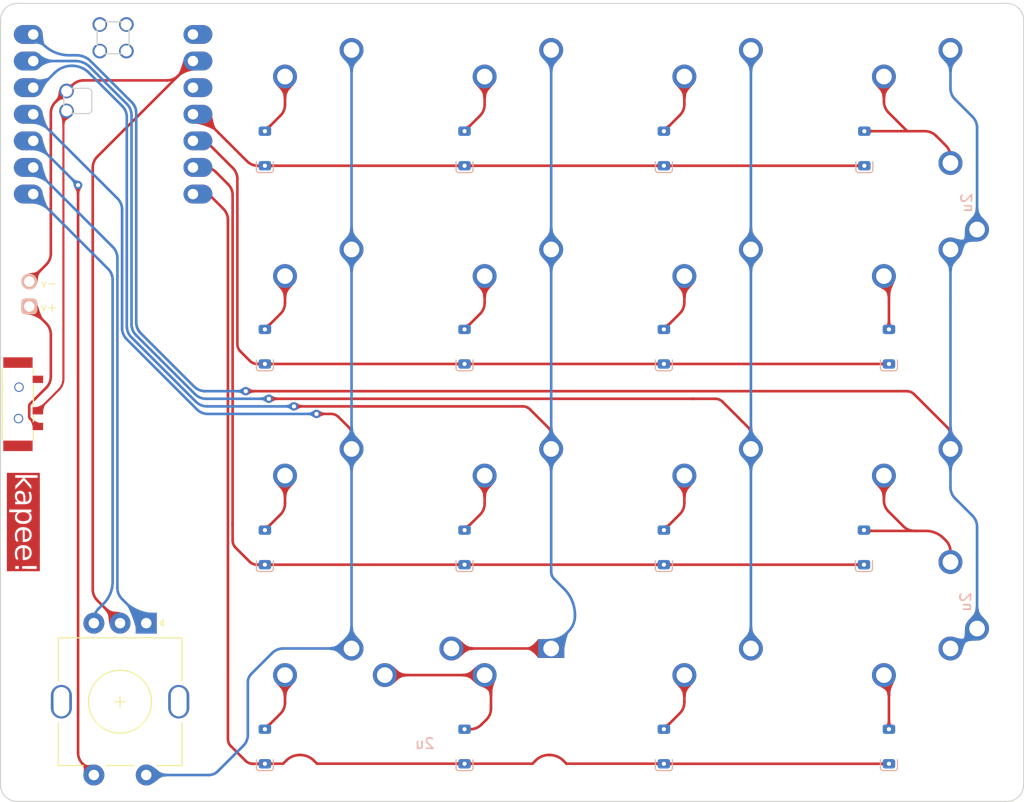
<source format=kicad_pcb>
(kicad_pcb (version 20221018) (generator pcbnew)
  (layers (0 "F.Cu" signal) (31 "B.Cu" signal) (34 "B.Paste" user) (35 "F.Paste" user) (36 "B.SilkS" user "B.Silkscreen") (37 "F.SilkS" user "F.Silkscreen") (38 "B.Mask" user) (39 "F.Mask" user) (44 "Edge.Cuts" user))
  (net 0 "")
  (net 1 "row0")
  (net 2 "Net-(D1-A)")
  (net 3 "Net-(D2-A)")
  (net 4 "Net-(D3-A)")
  (net 5 "Net-(D4-A)")
  (net 6 "row1")
  (net 7 "Net-(D5-A)")
  (net 8 "Net-(D6-A)")
  (net 9 "Net-(D7-A)")
  (net 10 "Net-(D8-A)")
  (net 11 "row2")
  (net 12 "Net-(D9-A)")
  (net 13 "Net-(D10-A)")
  (net 14 "Net-(D11-A)")
  (net 15 "Net-(D12-A)")
  (net 16 "row3")
  (net 17 "Net-(D14-A)")
  (net 18 "Net-(D15-A)")
  (net 19 "Net-(D16-A)")
  (net 20 "col0")
  (net 21 "col1")
  (net 22 "col2")
  (net 23 "col3")
  (net 24 "ENC0")
  (net 25 "ENC1")
  (net 26 "GND")
  (net 27 "row4")
  (net 32 "Net-(D13-A)")
  (net 33 "V+")
  (net 34 "vbat")
  (footprint "rostok:xiao-ble-smd-cutout" (layer "F.Cu") (at 143.72922 59.43418)
    (fp_text reference "U1" hide)
    (fp_text value "SeeeduinoXIAO" hide)
    (fp_line (start -4.699 -0.7488) (end -4.699 -1.7902) (stroke (width 0.12)) (layer "Edge.Cuts"))
    (fp_line (start -4.0132 -2.476) (end -2.413 -2.476) (stroke (width 0.12)) (layer "Edge.Cuts"))
    (fp_line (start -2.413 -0.063) (end -4.0132 -0.063) (stroke (width 0.12)) (layer "Edge.Cuts"))
    (fp_line (start -2.032 -2.095) (end -2.032 -0.444) (stroke (width 0.12)) (layer "Edge.Cuts"))
    (fp_line (start -1.524 -6.4638) (end -1.524 -8.1402) (stroke (width 0.12)) (layer "Edge.Cuts"))
    (fp_line (start -0.8382 -8.826) (end 0.8382 -8.826) (stroke (width 0.12)) (layer "Edge.Cuts"))
    (fp_line (start -0.8382 -5.778) (end 0.8382 -5.778) (stroke (width 0.12)) (layer "Edge.Cuts"))
    (fp_line (start 1.524 -6.4638) (end 1.524 -8.1402) (stroke (width 0.12)) (layer "Edge.Cuts"))
    (fp_arc (start -4.699 -0.7488) (mid -4.095391 -0.666609) (end -4.0132 -0.063) (stroke (width 0.12)) (layer "Edge.Cuts"))
    (fp_arc (start -4.0132 -2.476) (mid -4.095391 -1.872391) (end -4.699 -1.7902) (stroke (width 0.12)) (layer "Edge.Cuts"))
    (fp_arc (start -2.413 -2.476) (mid -2.143592 -2.364408) (end -2.032 -2.095) (stroke (width 0.12)) (layer "Edge.Cuts"))
    (fp_arc (start -2.032 -0.444) (mid -2.143592 -0.174592) (end -2.413 -0.063) (stroke (width 0.12)) (layer "Edge.Cuts"))
    (fp_arc (start -1.524 -6.4638) (mid -0.920391 -6.381609) (end -0.8382 -5.778) (stroke (width 0.12)) (layer "Edge.Cuts"))
    (fp_arc (start -0.8382 -8.826) (mid -0.920391 -8.222391) (end -1.524 -8.1402) (stroke (width 0.12)) (layer "Edge.Cuts"))
    (fp_arc (start 0.8382 -5.778) (mid 0.920391 -6.381609) (end 1.524 -6.4638) (stroke (width 0.12)) (layer "Edge.Cuts"))
    (fp_arc (start 1.524 -8.1402) (mid 0.920393 -8.222393) (end 0.8382 -8.826) (stroke (width 0.12)) (layer "Edge.Cuts"))
  )
  (footprint "rostok:SW_MX" (layer "F.Cu") (at 202.0515 77.425)
    (fp_text reference "SW9")
    (fp_text value "MX" hide)
  )
  (footprint "rostok:SW_MX" (layer "F.Cu") (at 163.94375 77.425)
    (fp_text reference "SW5")
    (fp_text value "MX" hide)
  )
  (footprint "rostok:SW_MX" (layer "F.Cu") (at 163.94375 115.525)
    (fp_text reference "SW14")
    (fp_text value "MX" hide)
  )
  (footprint "rostok:SW_MX_one_square" (layer "F.Cu") (at 182.99375 115.525)
    (fp_text reference "SW16")
    (fp_text value "MX" hide)
  )
  (footprint "rostok:SW_MX" (layer "F.Cu") (at 202.0515 115.525)
    (fp_text reference "SW17")
    (fp_text value "MX" hide)
  )
  (footprint "rostok:SW_MX" (layer "F.Cu") (at 182.99375 96.475)
    (fp_text reference "SW7")
    (fp_text value "MX" hide)
  )
  (footprint "rostok:SW_MX" (layer "F.Cu") (at 182.99375 58.375)
    (fp_text reference "SW2")
    (fp_text value "MX" hide)
  )
  (footprint "rostok:SW_MX" (layer "F.Cu") (at 221.09375 96.475)
    (fp_text reference "SW11")
    (fp_text value "MX" hide)
  )
  (footprint "rostok:BatteryPadSquare" (layer "F.Cu") (at 135.73125 77.7875)
    (fp_text reference "J1" hide)
    (fp_text value "v+")
  )
  (footprint "rostok:SW_MX" (layer "F.Cu") (at 202.0515 96.475)
    (fp_text reference "SW10")
    (fp_text value "MX" hide)
  )
  (footprint "rostok:SW_MX" (layer "F.Cu") (at 221.09375 67.9 -90)
    (fp_text reference "SW12" hide)
    (fp_text value "2u")
  )
  (footprint "rostok:SW_MX" (layer "F.Cu") (at 221.09375 77.425)
    (fp_text reference "SW13")
    (fp_text value "MX" hide)
  )
  (footprint "rostok:SW_MX" (layer "F.Cu") (at 221.09375 58.375)
    (fp_text reference "SW4")
    (fp_text value "MX" hide)
  )
  (footprint "rostok:Stabilizer_MX_2u" (layer "F.Cu") (at 173.46875 115.525 180)
    (fp_text reference "ST3" hide)
    (fp_text value "Stabilizer_MX_2u" hide)
  )
  (footprint "rostok:SW_MX" (layer "F.Cu") (at 221.09375 115.525)
    (fp_text reference "SW18")
    (fp_text value "MX" hide)
  )
  (footprint "rostok:MSK12C02" (layer "F.Cu") (at 133.35 83.24375)
    (fp_text reference "switch" hide)
    (fp_text value "MSK12C02" hide)
  )
  (footprint "rostok:SW_MX" (layer "F.Cu") (at 182.99375 77.425)
    (fp_text reference "SW8")
    (fp_text value "MX" hide)
  )
  (footprint "rostok:SW_MX" (layer "F.Cu") (at 173.46875 115.525)
    (fp_text reference "2u")
    (fp_text value "MX" hide)
  )
  (footprint "rostok:BatteryPad" (layer "F.Cu") (at 135.73125 75.40625)
    (fp_text reference "J2" hide)
    (fp_text value "v-")
  )
  (footprint "rostok:SW_MX" (layer "F.Cu") (at 163.94375 58.375)
    (fp_text reference "SW1")
    (fp_text value "MX" hide)
  )
  (footprint "rostok:SW_MX" (layer "F.Cu") (at 163.94375 96.475)
    (fp_text reference "SW6")
    (fp_text value "MX" hide)
  )
  (footprint "rostok:Stabilizer_MX_2u" (layer "F.Cu") (at 221.09375 67.9 -90)
    (fp_text reference "ST1" hide)
    (fp_text value "Stabilizer_MX_2u" hide)
  )
  (footprint "rostok:SW_MX" (layer "F.Cu") (at 202.0515 58.375)
    (fp_text reference "SW3")
    (fp_text value "MX" hide)
  )
  (footprint "rostok:RotaryEncoder_EC11" (layer "F.Cu") (at 144.39375 115.525 -90)
    (fp_text reference "SW15" hide)
    (fp_text value "RotaryEncoder_Switch" hide)
  )
  (footprint "rostok:SW_MX" (layer "F.Cu") (at 221.09375 106 -90)
    (fp_text reference "SW19" hide)
    (fp_text value "2u")
  )
  (footprint "rostok:Stabilizer_MX_2u" (layer "F.Cu") (at 221.09375 106 -90)
    (fp_text reference "ST2" hide)
    (fp_text value "Stabilizer_MX_2u" hide)
  )
  (footprint "rostok:D_SOD-123" (layer "B.Cu") (at 196.28745 81.6263 90)
    (fp_text reference "D6" hide)
    (fp_text value "1N4148W" hide)
  )
  (footprint "rostok:D_SOD-123" (layer "B.Cu") (at 217.76375 119.802 90)
    (fp_text reference "D13" hide)
    (fp_text value "1N4148W" hide)
  )
  (footprint "rostok:D_SOD-123" (layer "B.Cu") (at 158.21375 81.6263 90)
    (fp_text reference "D8" hide)
    (fp_text value "1N4148W" hide)
  )
  (footprint "rostok:D_SOD-123" (layer "B.Cu") (at 158.21375 62.7 90)
    (fp_text reference "D4" hide)
    (fp_text value "1N4148W" hide)
  )
  (footprint "rostok:D_SOD-123" (layer "B.Cu") (at 196.28745 119.802 90)
    (fp_text reference "D14" hide)
    (fp_text value "1N4148W" hide)
  )
  (footprint "rostok:D_SOD-123" (layer "B.Cu") (at 177.26375 119.802 90)
    (fp_text reference "D15" hide)
    (fp_text value "1N4148W" hide)
  )
  (footprint "rostok:D_SOD-123" (layer "B.Cu") (at 196.28745 62.7 90)
    (fp_text reference "D2" hide)
    (fp_text value "1N4148W" hide)
  )
  (footprint "rostok:D_SOD-123" (layer "B.Cu") (at 177.26375 100.793 90)
    (fp_text reference "D11" hide)
    (fp_text value "1N4148W" hide)
  )
  (footprint "rostok:D_SOD-123" (layer "B.Cu") (at 215.3804 100.793 90)
    (fp_text reference "D9" hide)
    (fp_text value "1N4148W" hide)
  )
  (footprint "rostok:D_SOD-123" (layer "B.Cu") (at 177.26375 81.6263 90)
    (fp_text reference "D7" hide)
    (fp_text value "1N4148W" hide)
  )
  (footprint "rostok:D_SOD-123" (layer "B.Cu") (at 177.26375 62.7 90)
    (fp_text reference "D3" hide)
    (fp_text value "1N4148W" hide)
  )
  (footprint "rostok:D_SOD-123" (layer "B.Cu") (at 196.28745 100.793 90)
    (fp_text reference "D10" hide)
    (fp_text value "1N4148W" hide)
  )
  (footprint "rostok:D_SOD-123" (layer "B.Cu") (at 158.21375 119.802 90)
    (fp_text reference "D16" hide)
    (fp_text value "1N4148W" hide)
  )
  (footprint "rostok:D_SOD-123" (layer "B.Cu") (at 158.21375 100.793 90)
    (fp_text reference "D12" hide)
    (fp_text value "1N4148W" hide)
  )
  (footprint "rostok:D_SOD-123" (layer "B.Cu") (at 215.41745 62.7 90)
    (fp_text reference "D1" hide)
    (fp_text value "1N4148W" hide)
  )
  (footprint "rostok:D_SOD-123" (layer "B.Cu") (at 217.76375 81.6263 90)
    (fp_text reference "D5" hide)
    (fp_text value "1N4148W" hide)
  )
  (gr_line (start 229.0312 125.05) (end 134.57495 125.05) (stroke (width 0.1)) (layer "Edge.Cuts"))
  (gr_arc (start 230.61875 123.4625) (mid 230.153782 124.585032) (end 229.03125 125.05) (stroke (width 0.1)) (layer "Edge.Cuts"))
  (gr_arc (start 132.98745 50.4375) (mid 133.452418 49.314968) (end 134.57495 48.85) (stroke (width 0.1)) (layer "Edge.Cuts"))
  (gr_arc (start 229.03125 48.85) (mid 230.153782 49.314968) (end 230.61875 50.4375) (stroke (width 0.1)) (layer "Edge.Cuts"))
  (gr_line (start 134.57495 48.85) (end 229.03125 48.85) (stroke (width 0.1)) (layer "Edge.Cuts"))
  (gr_line (start 230.61875 123.4625) (end 230.61875 50.4375) (stroke (width 0.1)) (layer "Edge.Cuts"))
  (gr_arc (start 134.57495 125.05) (mid 133.452418 124.585032) (end 132.98745 123.4625) (stroke (width 0.1)) (layer "Edge.Cuts"))
  (gr_line (start 132.98745 123.4625) (end 132.98745 50.4375) (stroke (width 0.1)) (layer "Edge.Cuts"))
  (gr_text "kapee!" (at 134.053372 93.640558 -90) (layer "F.Cu" knockout) (effects (font (size 2 2) (thickness 0.25) italic) (justify left bottom)))
  (segment (start 196.28745 64.35) (end 215.41745 64.35) (width 0.25) (layer "F.Cu") (net 1))
  (segment (start 158.21375 64.35) (end 157.55877 64.35) (width 0.25) (layer "F.Cu") (net 1))
  (segment (start 177.26375 64.35) (end 196.28745 64.35) (width 0.25) (layer "F.Cu") (net 1))
  (segment (start 156.49811 63.91066) (end 152.02163 59.43418) (width 0.25) (layer "F.Cu") (net 1))
  (segment (start 158.21375 64.35) (end 177.26375 64.35) (width 0.25) (layer "F.Cu") (net 1))
  (arc (start 157.55877 64.35) (mid 156.984745 64.235819) (end 156.49811 63.91066) (width 0.25) (layer "F.Cu") (net 1))
  (segment (start 158.21375 61.05) (end 159.69441 59.56934) (width 0.25) (layer "F.Cu") (net 2))
  (segment (start 160.13375 58.50868) (end 160.13375 55.835) (width 0.25) (layer "F.Cu") (net 2))
  (arc (start 159.69441 59.56934) (mid 160.019569 59.082705) (end 160.13375 58.50868) (width 0.25) (layer "F.Cu") (net 2))
  (segment (start 179.18375 58.50868) (end 179.18375 55.835) (width 0.25) (layer "F.Cu") (net 3))
  (segment (start 177.26375 61.05) (end 178.74441 59.56934) (width 0.25) (layer "F.Cu") (net 3))
  (arc (start 179.18375 58.50868) (mid 179.069569 59.082705) (end 178.74441 59.56934) (width 0.25) (layer "F.Cu") (net 3))
  (segment (start 196.28745 61.05) (end 197.80216 59.53529) (width 0.25) (layer "F.Cu") (net 4))
  (segment (start 198.2415 58.47463) (end 198.2415 55.835) (width 0.25) (layer "F.Cu") (net 4))
  (arc (start 197.80216 59.53529) (mid 198.127319 59.048655) (end 198.2415 58.47463) (width 0.25) (layer "F.Cu") (net 4))
  (segment (start 217.28375 55.835) (end 217.28375 58.20623) (width 0.25) (layer "F.Cu") (net 5))
  (segment (start 215.41745 61.05) (end 219.5062 61.05) (width 0.25) (layer "F.Cu") (net 5))
  (segment (start 217.72309 59.26689) (end 219.5062 61.05) (width 0.25) (layer "F.Cu") (net 5))
  (segment (start 222.25804 61.48934) (end 223.19441 62.42571) (width 0.25) (layer "F.Cu") (net 5))
  (segment (start 223.63375 63.48637) (end 223.63375 64.09) (width 0.25) (layer "F.Cu") (net 5))
  (segment (start 219.5062 61.05) (end 221.19738 61.05) (width 0.25) (layer "F.Cu") (net 5))
  (arc (start 223.19441 62.42571) (mid 223.519569 62.912345) (end 223.63375 63.48637) (width 0.25) (layer "F.Cu") (net 5))
  (arc (start 222.25804 61.48934) (mid 221.771405 61.164181) (end 221.19738 61.05) (width 0.25) (layer "F.Cu") (net 5))
  (arc (start 217.72309 59.26689) (mid 217.397931 58.780255) (end 217.28375 58.20623) (width 0.25) (layer "F.Cu") (net 5))
  (segment (start 155.58745 81.373236) (end 155.58745 65.62132) (width 0.25) (layer "F.Cu") (net 6))
  (segment (start 217.76375 83.2763) (end 196.28745 83.2763) (width 0.25) (layer "F.Cu") (net 6))
  (segment (start 155.14811 64.56066) (end 152.56163 61.97418) (width 0.25) (layer "F.Cu") (net 6))
  (segment (start 156.783407 82.983407) (end 155.880343 82.080343) (width 0.25) (layer "F.Cu") (net 6))
  (segment (start 177.26375 83.2763) (end 196.28745 83.2763) (width 0.25) (layer "F.Cu") (net 6))
  (segment (start 158.21375 83.2763) (end 177.26375 83.2763) (width 0.25) (layer "F.Cu") (net 6))
  (segment (start 158.21375 83.2763) (end 157.490514 83.2763) (width 0.25) (layer "F.Cu") (net 6))
  (arc (start 156.783407 82.983407) (mid 157.10783 83.20018) (end 157.490514 83.2763) (width 0.25) (layer "F.Cu") (net 6))
  (arc (start 155.880343 82.080343) (mid 155.66357 81.75592) (end 155.58745 81.373236) (width 0.25) (layer "F.Cu") (net 6))
  (arc (start 155.58745 65.62132) (mid 155.473269 65.047295) (end 155.14811 64.56066) (width 0.25) (layer "F.Cu") (net 6))
  (segment (start 160.13375 77.43498) (end 160.13375 74.885) (width 0.25) (layer "F.Cu") (net 7))
  (segment (start 158.21375 79.9763) (end 159.69441 78.49564) (width 0.25) (layer "F.Cu") (net 7))
  (arc (start 159.69441 78.49564) (mid 160.019569 78.009005) (end 160.13375 77.43498) (width 0.25) (layer "F.Cu") (net 7))
  (segment (start 179.18375 77.43498) (end 179.18375 74.885) (width 0.25) (layer "F.Cu") (net 8))
  (segment (start 177.26375 79.9763) (end 178.74441 78.49564) (width 0.25) (layer "F.Cu") (net 8))
  (arc (start 179.18375 77.43498) (mid 179.069569 78.009005) (end 178.74441 78.49564) (width 0.25) (layer "F.Cu") (net 8))
  (segment (start 196.28745 79.9763) (end 197.80216 78.46159) (width 0.25) (layer "F.Cu") (net 9))
  (segment (start 198.2415 77.40093) (end 198.2415 74.885) (width 0.25) (layer "F.Cu") (net 9))
  (arc (start 197.80216 78.46159) (mid 198.127319 77.974955) (end 198.2415 77.40093) (width 0.25) (layer "F.Cu") (net 9))
  (segment (start 217.76375 79.9763) (end 217.76375 75.365) (width 0.25) (layer "F.Cu") (net 10))
  (segment (start 158.21375 102.443) (end 157.457214 102.443) (width 0.25) (layer "F.Cu") (net 11))
  (segment (start 154.69811 66.11066) (end 153.54097 64.95352) (width 0.25) (layer "F.Cu") (net 11))
  (segment (start 152.48031 64.51418) (end 151.34922 64.51418) (width 0.25) (layer "F.Cu") (net 11))
  (segment (start 155.13745 100.123236) (end 155.13745 98.4) (width 0.25) (layer "F.Cu") (net 11))
  (segment (start 196.28745 102.443) (end 215.3804 102.443) (width 0.25) (layer "F.Cu") (net 11))
  (segment (start 177.26375 102.443) (end 196.28745 102.443) (width 0.25) (layer "F.Cu") (net 11))
  (segment (start 156.750107 102.150107) (end 155.430343 100.830343) (width 0.25) (layer "F.Cu") (net 11))
  (segment (start 155.13745 98.745336) (end 155.13745 67.17132) (width 0.25) (layer "F.Cu") (net 11))
  (segment (start 158.21375 102.443) (end 177.26375 102.443) (width 0.25) (layer "F.Cu") (net 11))
  (arc (start 156.750107 102.150107) (mid 157.07453 102.36688) (end 157.457214 102.443) (width 0.25) (layer "F.Cu") (net 11))
  (arc (start 155.13745 67.17132) (mid 155.023269 66.597295) (end 154.69811 66.11066) (width 0.25) (layer "F.Cu") (net 11))
  (arc (start 153.54097 64.95352) (mid 153.054335 64.628361) (end 152.48031 64.51418) (width 0.25) (layer "F.Cu") (net 11))
  (arc (start 155.13745 100.123236) (mid 155.21357 100.505919) (end 155.430343 100.830343) (width 0.25) (layer "F.Cu") (net 11))
  (segment (start 160.13375 96.60168) (end 160.13375 93.935) (width 0.25) (layer "F.Cu") (net 12))
  (segment (start 158.21375 99.143) (end 159.69441 97.66234) (width 0.25) (layer "F.Cu") (net 12))
  (arc (start 160.13375 96.60168) (mid 160.019569 97.175705) (end 159.69441 97.66234) (width 0.25) (layer "F.Cu") (net 12))
  (segment (start 179.18375 96.60168) (end 179.18375 93.935) (width 0.25) (layer "F.Cu") (net 13))
  (segment (start 177.26375 99.143) (end 178.74441 97.66234) (width 0.25) (layer "F.Cu") (net 13))
  (arc (start 179.18375 96.60168) (mid 179.069569 97.175705) (end 178.74441 97.66234) (width 0.25) (layer "F.Cu") (net 13))
  (segment (start 198.2415 96.56763) (end 198.2415 93.935) (width 0.25) (layer "F.Cu") (net 14))
  (segment (start 196.28745 99.143) (end 197.80216 97.62829) (width 0.25) (layer "F.Cu") (net 14))
  (arc (start 197.80216 97.62829) (mid 198.127319 97.141655) (end 198.2415 96.56763) (width 0.25) (layer "F.Cu") (net 14))
  (segment (start 217.72309 97.35989) (end 219.14261 98.77941) (width 0.25) (layer "F.Cu") (net 15))
  (segment (start 220.487369 99.21875) (end 221.289796 99.21875) (width 0.25) (layer "F.Cu") (net 15))
  (segment (start 223.63375 101.194874) (end 223.63375 102.19) (width 0.25) (layer "F.Cu") (net 15))
  (segment (start 222.978379 99.918183) (end 223.19441 100.134214) (width 0.25) (layer "F.Cu") (net 15))
  (segment (start 220.20327 99.21875) (end 220.487369 99.21875) (width 0.25) (layer "F.Cu") (net 15))
  (segment (start 215.45615 99.21875) (end 220.487369 99.21875) (width 0.25) (layer "F.Cu") (net 15))
  (segment (start 217.28375 93.935) (end 217.28375 96.29923) (width 0.25) (layer "F.Cu") (net 15))
  (arc (start 219.14261 98.77941) (mid 219.629245 99.104569) (end 220.20327 99.21875) (width 0.25) (layer "F.Cu") (net 15))
  (arc (start 221.289796 99.21875) (mid 222.20365 99.400527) (end 222.978379 99.918183) (width 0.25) (layer "F.Cu") (net 15))
  (arc (start 223.63375 101.194874) (mid 223.519569 100.620849) (end 223.19441 100.134214) (width 0.25) (layer "F.Cu") (net 15))
  (arc (start 217.72309 97.35989) (mid 217.397931 96.873255) (end 217.28375 96.29923) (width 0.25) (layer "F.Cu") (net 15))
  (segment (start 161.557802 120.610999) (end 161.569731 120.610999) (width 0.25) (layer "F.Cu") (net 16))
  (segment (start 154.68745 119.073236) (end 154.68745 69.52132) (width 0.25) (layer "F.Cu") (net 16))
  (segment (start 196.2792 121.44375) (end 186.988092 121.44375) (width 0.25) (layer "F.Cu") (net 16))
  (segment (start 186.988092 121.44375) (end 186.705801 121.161459) (width 0.25) (layer "F.Cu") (net 16))
  (segment (start 156.359107 121.159107) (end 154.980343 119.780343) (width 0.25) (layer "F.Cu") (net 16))
  (segment (start 158.21375 121.452) (end 157.066214 121.452) (width 0.25) (layer "F.Cu") (net 16))
  (segment (start 162.910853 121.166511) (end 163.188092 121.44375) (width 0.25) (layer "F.Cu") (net 16))
  (segment (start 184.064466 121.128692) (end 183.749408 121.44375) (width 0.25) (layer "F.Cu") (net 16))
  (segment (start 185.376877 120.611) (end 185.314284 120.611) (width 0.25) (layer "F.Cu") (net 16))
  (segment (start 158.222 121.44375) (end 159.949408 121.44375) (width 0.25) (layer "F.Cu") (net 16))
  (segment (start 217.76375 121.452) (end 196.28745 121.452) (width 0.25) (layer "F.Cu") (net 16))
  (segment (start 154.24811 68.46066) (end 152.84163 67.05418) (width 0.25) (layer "F.Cu") (net 16))
  (segment (start 159.949408 121.44375) (end 160.233695 121.159463) (width 0.25) (layer "F.Cu") (net 16))
  (segment (start 183.749408 121.44375) (end 177.272 121.44375) (width 0.25) (layer "F.Cu") (net 16))
  (segment (start 163.188092 121.44375) (end 177.2555 121.44375) (width 0.25) (layer "F.Cu") (net 16))
  (arc (start 184.064466 121.128692) (mid 184.637887 120.745544) (end 185.314284 120.611) (width 0.25) (layer "F.Cu") (net 16))
  (arc (start 156.359107 121.159107) (mid 156.68353 121.37588) (end 157.066214 121.452) (width 0.25) (layer "F.Cu") (net 16))
  (arc (start 154.68745 69.52132) (mid 154.573269 68.947295) (end 154.24811 68.46066) (width 0.25) (layer "F.Cu") (net 16))
  (arc (start 161.557802 120.610999) (mid 160.841195 120.753542) (end 160.233695 121.159463) (width 0.25) (layer "F.Cu") (net 16))
  (arc (start 186.705801 121.161459) (mid 186.096085 120.75406) (end 185.376877 120.611) (width 0.25) (layer "F.Cu") (net 16))
  (arc (start 162.910853 121.166511) (mid 162.295541 120.755373) (end 161.569731 120.610999) (width 0.25) (layer "F.Cu") (net 16))
  (arc (start 154.980343 119.780343) (mid 154.76357 119.45592) (end 154.68745 119.073236) (width 0.25) (layer "F.Cu") (net 16))
  (segment (start 179.78745 116.17868) (end 179.78745 113.5887) (width 0.25) (layer "F.Cu") (net 17))
  (segment (start 178.87479 117.71266) (end 179.34811 117.23934) (width 0.25) (layer "F.Cu") (net 17))
  (segment (start 177.26375 118.152) (end 177.81413 118.152) (width 0.25) (layer "F.Cu") (net 17))
  (segment (start 179.18375 112.985) (end 169.65875 112.985) (width 0.25) (layer "F.Cu") (net 17))
  (arc (start 179.34811 117.23934) (mid 179.673269 116.752705) (end 179.78745 116.17868) (width 0.25) (layer "F.Cu") (net 17))
  (arc (start 178.87479 117.71266) (mid 178.388155 118.037819) (end 177.81413 118.152) (width 0.25) (layer "F.Cu") (net 17))
  (segment (start 198.2415 115.57557) (end 198.2415 112.985) (width 0.25) (layer "F.Cu") (net 18))
  (segment (start 196.28745 118.152) (end 197.801411 116.638039) (width 0.25) (layer "F.Cu") (net 18))
  (arc (start 197.801411 116.638039) (mid 198.127125 116.150574) (end 198.2415 115.57557) (width 0.25) (layer "F.Cu") (net 18))
  (segment (start 217.76375 118.152) (end 217.76375 113.465) (width 0.25) (layer "F.Cu") (net 19))
  (segment (start 165.241893 88.341893) (end 166.190857 89.290857) (width 0.25) (layer "F.Cu") (net 20))
  (segment (start 163.13775 88.049) (end 164.534786 88.049) (width 0.25) (layer "F.Cu") (net 20))
  (segment (start 166.48375 89.997964) (end 166.48375 91.395) (width 0.25) (layer "F.Cu") (net 20))
  (via (at 163.13775 88.049) (size 0.8) (drill 0.4) (layers "F.Cu" "B.Cu") (net 20))
  (arc (start 166.190857 89.290857) (mid 166.40763 89.61528) (end 166.48375 89.997964) (width 0.25) (layer "F.Cu") (net 20))
  (arc (start 164.534786 88.049) (mid 164.917469 88.12512) (end 165.241893 88.341893) (width 0.25) (layer "F.Cu") (net 20))
  (segment (start 166.48375 53.295) (end 166.48375 72.345) (width 0.25) (layer "B.Cu") (net 20))
  (segment (start 153.723804 122.163646) (end 156.14811 119.73934) (width 0.25) (layer "B.Cu") (net 20))
  (segment (start 144.14811 67.47307) (end 136.10922 59.43418) (width 0.25) (layer "B.Cu") (net 20))
  (segment (start 144.58745 79.851472) (end 144.58745 68.53373) (width 0.25) (layer "B.Cu") (net 20))
  (segment (start 163.13775 88.049) (end 152.784978 88.049) (width 0.25) (layer "B.Cu") (net 20))
  (segment (start 158.90311 110.88434) (end 156.93393 112.853495) (width 0.25) (layer "B.Cu") (net 20))
  (segment (start 151.724318 87.60966) (end 145.02679 80.912132) (width 0.25) (layer "B.Cu") (net 20))
  (segment (start 166.48375 72.345) (end 166.48375 91.395) (width 0.25) (layer "B.Cu") (net 20))
  (segment (start 159.963747 110.445) (end 166.48375 110.445) (width 0.25) (layer "B.Cu") (net 20))
  (segment (start 166.48375 91.395) (end 166.48375 110.445) (width 0.25) (layer "B.Cu") (net 20))
  (segment (start 146.89375 122.525) (end 152.851418 122.525) (width 0.25) (layer "B.Cu") (net 20))
  (segment (start 156.58745 118.67868) (end 156.58745 113.689965) (width 0.25) (layer "B.Cu") (net 20))
  (arc (start 156.58745 118.67868) (mid 156.473269 119.252705) (end 156.14811 119.73934) (width 0.25) (layer "B.Cu") (net 20))
  (arc (start 156.58745 113.689965) (mid 156.677497 113.23727) (end 156.93393 112.853495) (width 0.25) (layer "B.Cu") (net 20))
  (arc (start 144.14811 67.47307) (mid 144.473269 67.959705) (end 144.58745 68.53373) (width 0.25) (layer "B.Cu") (net 20))
  (arc (start 152.784978 88.049) (mid 152.210953 87.934819) (end 151.724318 87.60966) (width 0.25) (layer "B.Cu") (net 20))
  (arc (start 152.851418 122.525) (mid 153.32355 122.431087) (end 153.723804 122.163646) (width 0.25) (layer "B.Cu") (net 20))
  (arc (start 144.58745 79.851472) (mid 144.701631 80.425497) (end 145.02679 80.912132) (width 0.25) (layer "B.Cu") (net 20))
  (arc (start 158.90311 110.88434) (mid 159.389733 110.559181) (end 159.963747 110.445) (width 0.25) (layer "B.Cu") (net 20))
  (segment (start 185.53375 110.445) (end 176.00875 110.445) (width 0.25) (layer "F.Cu") (net 21))
  (segment (start 160.98745 87.3245) (end 182.810286 87.3245) (width 0.25) (layer "F.Cu") (net 21))
  (segment (start 185.53375 90.047964) (end 185.53375 91.395) (width 0.25) (layer "F.Cu") (net 21))
  (segment (start 183.517393 87.617393) (end 185.240857 89.340857) (width 0.25) (layer "F.Cu") (net 21))
  (via (at 160.98745 87.3245) (size 0.8) (drill 0.4) (layers "F.Cu" "B.Cu") (net 21))
  (arc (start 183.517393 87.617393) (mid 183.19297 87.40062) (end 182.810286 87.3245) (width 0.25) (layer "F.Cu") (net 21))
  (arc (start 185.53375 90.047964) (mid 185.45763 89.665281) (end 185.240857 89.340857) (width 0.25) (layer "F.Cu") (net 21))
  (segment (start 144.59811 58.647056) (end 141.428189 55.477135) (width 0.25) (layer "B.Cu") (net 21))
  (segment (start 185.543881 110.445) (end 187.197268 108.791613) (width 0.25) (layer "B.Cu") (net 21))
  (segment (start 185.53375 91.395) (end 185.53375 72.345) (width 0.25) (layer "B.Cu") (net 21))
  (segment (start 185.53375 72.345) (end 185.53375 53.295) (width 0.25) (layer "B.Cu") (net 21))
  (segment (start 185.53375 103.105322) (end 185.53375 91.395) (width 0.25) (layer "B.Cu") (net 21))
  (segment (start 138.136352 55.494638) (end 136.10922 57.52177) (width 0.25) (layer "B.Cu") (net 21))
  (segment (start 151.636214 86.88516) (end 145.47679 80.725736) (width 0.25) (layer "B.Cu") (net 21))
  (segment (start 186.769138 104.754924) (end 185.826643 103.812429) (width 0.25) (layer "B.Cu") (net 21))
  (segment (start 160.98745 87.3245) (end 152.696874 87.3245) (width 0.25) (layer "B.Cu") (net 21))
  (segment (start 187.8 107.336485) (end 187.8 107.243629) (width 0.25) (layer "B.Cu") (net 21))
  (segment (start 145.03745 79.665076) (end 145.03745 59.707716) (width 0.25) (layer "B.Cu") (net 21))
  (arc (start 152.696874 87.3245) (mid 152.122849 87.210319) (end 151.636214 86.88516) (width 0.25) (layer "B.Cu") (net 21))
  (arc (start 187.8 107.243629) (mid 187.532085 105.896751) (end 186.769138 104.754924) (width 0.25) (layer "B.Cu") (net 21))
  (arc (start 138.136352 55.494638) (mid 138.901122 54.983629) (end 139.803297 54.804172) (width 0.25) (layer "B.Cu") (net 21))
  (arc (start 187.197268 108.791613) (mid 187.643356 108.123996) (end 187.8 107.336485) (width 0.25) (layer "B.Cu") (net 21))
  (arc (start 185.53375 103.105322) (mid 185.60987 103.488005) (end 185.826643 103.812429) (width 0.25) (layer "B.Cu") (net 21))
  (arc (start 144.59811 58.647056) (mid 144.923269 59.133691) (end 145.03745 59.707716) (width 0.25) (layer "B.Cu") (net 21))
  (arc (start 141.428189 55.477135) (mid 140.682734 54.97905) (end 139.803297 54.804172) (width 0.25) (layer "B.Cu") (net 21))
  (arc (start 145.47679 80.725736) (mid 145.151631 80.239101) (end 145.03745 79.665076) (width 0.25) (layer "B.Cu") (net 21))
  (segment (start 158.58745 86.6) (end 199.17518 86.6) (width 0.25) (layer "F.Cu") (net 22))
  (segment (start 199 86.6) (end 201.185786 86.6) (width 0.25) (layer "F.Cu") (net 22))
  (segment (start 201.892893 86.892893) (end 204.298607 89.298607) (width 0.25) (layer "F.Cu") (net 22))
  (segment (start 204.5915 90.005714) (end 204.5915 91.395) (width 0.25) (layer "F.Cu") (net 22))
  (via (at 158.58745 86.6) (size 0.8) (drill 0.4) (layers "F.Cu" "B.Cu") (net 22))
  (arc (start 204.5915 90.005714) (mid 204.51538 89.623031) (end 204.298607 89.298607) (width 0.25) (layer "F.Cu") (net 22))
  (arc (start 201.892893 86.892893) (mid 201.56847 86.67612) (end 201.185786 86.6) (width 0.25) (layer "F.Cu") (net 22))
  (segment (start 140.147546 54.35418) (end 136.10922 54.35418) (width 0.25) (layer "B.Cu") (net 22))
  (segment (start 204.5915 53.295) (end 204.5915 72.345) (width 0.25) (layer "B.Cu") (net 22))
  (segment (start 145.04811 58.46066) (end 141.503132 54.915682) (width 0.25) (layer "B.Cu") (net 22))
  (segment (start 151.54811 86.16066) (end 145.92679 80.53934) (width 0.25) (layer "B.Cu") (net 22))
  (segment (start 204.5915 72.345) (end 204.5915 91.395) (width 0.25) (layer "B.Cu") (net 22))
  (segment (start 145.48745 79.47868) (end 145.48745 59.52132) (width 0.25) (layer "B.Cu") (net 22))
  (segment (start 204.5915 110.445) (end 204.5915 91.395) (width 0.25) (layer "B.Cu") (net 22))
  (segment (start 158.58745 86.6) (end 152.60877 86.6) (width 0.25) (layer "B.Cu") (net 22))
  (arc (start 152.60877 86.6) (mid 152.034745 86.485819) (end 151.54811 86.16066) (width 0.25) (layer "B.Cu") (net 22))
  (arc (start 145.48745 59.52132) (mid 145.373269 58.947295) (end 145.04811 58.46066) (width 0.25) (layer "B.Cu") (net 22))
  (arc (start 141.503132 54.915682) (mid 140.881184 54.50011) (end 140.147546 54.35418) (width 0.25) (layer "B.Cu") (net 22))
  (arc (start 145.92679 80.53934) (mid 145.601631 80.052705) (end 145.48745 79.47868) (width 0.25) (layer "B.Cu") (net 22))
  (segment (start 156.38745 85.8755) (end 219.461286 85.8755) (width 0.25) (layer "F.Cu") (net 23))
  (segment (start 220.168393 86.168393) (end 223.315207 89.315207) (width 0.25) (layer "F.Cu") (net 23))
  (segment (start 223.6081 90.022314) (end 223.6081 91.395) (width 0.25) (layer "F.Cu") (net 23))
  (via (at 156.38745 85.8755) (size 0.8) (drill 0.4) (layers "F.Cu" "B.Cu") (net 23))
  (arc (start 223.6081 90.022314) (mid 223.53198 89.639631) (end 223.315207 89.315207) (width 0.25) (layer "F.Cu") (net 23))
  (arc (start 220.168393 86.168393) (mid 219.84397 85.95162) (end 219.461286 85.8755) (width 0.25) (layer "F.Cu") (net 23))
  (segment (start 145.49811 58.274264) (end 141.588937 54.365091) (width 0.25) (layer "B.Cu") (net 23))
  (segment (start 224.26875 110.445) (end 226.17375 108.54) (width 0.25) (layer "B.Cu") (net 23))
  (segment (start 224.26875 72.345) (end 226.17375 70.44) (width 0.25) (layer "B.Cu") (net 23))
  (segment (start 225.73441 97.769344) (end 224.07309 96.108024) (width 0.25) (layer "B.Cu") (net 23))
  (segment (start 152.16991 85.836513) (end 151.945678 85.763651) (width 0.25) (layer "B.Cu") (net 23))
  (segment (start 145.93745 59.334924) (end 145.935301 59.21704) (width 0.25) (layer "B.Cu") (net 23))
  (segment (start 145.93745 79.292284) (end 145.93745 59.334924) (width 0.25) (layer "B.Cu") (net 23))
  (segment (start 145.939568 79.410171) (end 145.93745 79.292284) (width 0.25) (layer "B.Cu") (net 23))
  (segment (start 223.63375 91.395) (end 223.63375 72.345) (width 0.25) (layer "B.Cu") (net 23))
  (segment (start 152.520666 85.8755) (end 152.402779 85.873401) (width 0.25) (layer "B.Cu") (net 23))
  (segment (start 151.945678 85.763651) (end 151.735604 85.656608) (width 0.25) (layer "B.Cu") (net 23))
  (segment (start 145.898423 58.984173) (end 145.825572 58.759942) (width 0.25) (layer "B.Cu") (net 23))
  (segment (start 226.17375 70.44) (end 226.17375 60.730004) (width 0.25) (layer "B.Cu") (net 23))
  (segment (start 156.38745 85.8755) (end 152.520666 85.8755) (width 0.25) (layer "B.Cu") (net 23))
  (segment (start 223.63375 95.047364) (end 223.63375 91.395) (width 0.25) (layer "B.Cu") (net 23))
  (segment (start 145.976448 79.643042) (end 145.939568 79.410171) (width 0.25) (layer "B.Cu") (net 23))
  (segment (start 223.63375 56.947364) (end 223.63375 53.295) (width 0.25) (layer "B.Cu") (net 23))
  (segment (start 225.73441 59.669344) (end 224.07309 58.008024) (width 0.25) (layer "B.Cu") (net 23))
  (segment (start 146.049301 79.867277) (end 145.976448 79.643042) (width 0.25) (layer "B.Cu") (net 23))
  (segment (start 140.224687 53.8) (end 139.538162 53.8) (width 0.25) (layer "B.Cu") (net 23))
  (segment (start 137.0746 52.77956) (end 136.10922 51.81418) (width 0.25) (layer "B.Cu") (net 23))
  (segment (start 145.825572 58.759942) (end 145.718541 58.549867) (width 0.25) (layer "B.Cu") (net 23))
  (segment (start 151.544862 85.518021) (end 151.460006 85.43616) (width 0.25) (layer "B.Cu") (net 23))
  (segment (start 145.579965 58.359122) (end 145.49811 58.274264) (width 0.25) (layer "B.Cu") (net 23))
  (segment (start 152.402779 85.873401) (end 152.16991 85.836513) (width 0.25) (layer "B.Cu") (net 23))
  (segment (start 146.37679 80.352944) (end 146.294914 80.268103) (width 0.25) (layer "B.Cu") (net 23))
  (segment (start 145.718541 58.549867) (end 145.579965 58.359122) (width 0.25) (layer "B.Cu") (net 23))
  (segment (start 151.460006 85.43616) (end 146.37679 80.352944) (width 0.25) (layer "B.Cu") (net 23))
  (segment (start 145.935301 59.21704) (end 145.898423 58.984173) (width 0.25) (layer "B.Cu") (net 23))
  (segment (start 151.735604 85.656608) (end 151.544862 85.518021) (width 0.25) (layer "B.Cu") (net 23))
  (segment (start 146.156335 80.077355) (end 146.049301 79.867277) (width 0.25) (layer "B.Cu") (net 23))
  (segment (start 226.17375 108.54) (end 226.17375 98.830004) (width 0.25) (layer "B.Cu") (net 23))
  (segment (start 146.294914 80.268103) (end 146.156335 80.077355) (width 0.25) (layer "B.Cu") (net 23))
  (arc (start 139.538162 53.8) (mid 138.204892 53.534797) (end 137.0746 52.77956) (width 0.25) (layer "B.Cu") (net 23))
  (arc (start 226.17375 60.730004) (mid 226.059569 60.155979) (end 225.73441 59.669344) (width 0.25) (layer "B.Cu") (net 23))
  (arc (start 225.73441 97.769344) (mid 226.059569 98.255979) (end 226.17375 98.830004) (width 0.25) (layer "B.Cu") (net 23))
  (arc (start 141.588937 54.365091) (mid 140.963014 53.946862) (end 140.224687 53.8) (width 0.25) (layer "B.Cu") (net 23))
  (arc (start 223.63375 56.947364) (mid 223.747931 57.521389) (end 224.07309 58.008024) (width 0.25) (layer "B.Cu") (net 23))
  (arc (start 224.07309 96.108024) (mid 223.747931 95.621389) (end 223.63375 95.047364) (width 0.25) (layer "B.Cu") (net 23))
  (segment (start 146.89375 108.025) (end 144.57679 105.70804) (width 0.25) (layer "B.Cu") (net 24))
  (segment (start 144.13745 104.64738) (end 144.13745 73.16373) (width 0.25) (layer "B.Cu") (net 24))
  (segment (start 143.69811 72.10307) (end 136.10922 64.51418) (width 0.25) (layer "B.Cu") (net 24))
  (arc (start 144.13745 104.64738) (mid 144.251631 105.221405) (end 144.57679 105.70804) (width 0.25) (layer "B.Cu") (net 24))
  (arc (start 143.69811 72.10307) (mid 144.023269 72.589705) (end 144.13745 73.16373) (width 0.25) (layer "B.Cu") (net 24))
  (segment (start 143.68745 104.057359) (end 143.68745 75.25373) (width 0.25) (layer "B.Cu") (net 25))
  (segment (start 143.24811 74.19307) (end 136.10922 67.05418) (width 0.25) (layer "B.Cu") (net 25))
  (segment (start 142.33309 106.65436) (end 142.808771 106.178679) (width 0.25) (layer "B.Cu") (net 25))
  (segment (start 141.89375 108.025) (end 141.89375 107.71502) (width 0.25) (layer "B.Cu") (net 25))
  (arc (start 141.89375 107.71502) (mid 142.007931 107.140995) (end 142.33309 106.65436) (width 0.25) (layer "B.Cu") (net 25))
  (arc (start 143.68745 104.057359) (mid 143.459089 105.205409) (end 142.808771 106.178679) (width 0.25) (layer "B.Cu") (net 25))
  (arc (start 143.68745 75.25373) (mid 143.573269 74.679705) (end 143.24811 74.19307) (width 0.25) (layer "B.Cu") (net 25))
  (segment (start 144.39375 108.025) (end 142.22679 105.85804) (width 0.25) (layer "F.Cu") (net 26))
  (segment (start 138.22679 58.26961) (end 139.28422 57.21218) (width 0.25) (layer "F.Cu") (net 26))
  (segment (start 137.78745 72.72873) (end 137.78745 59.33027) (width 0.25) (layer "F.Cu") (net 26))
  (segment (start 141.78745 104.79738) (end 141.78745 64.53727) (width 0.25) (layer "F.Cu") (net 26))
  (segment (start 139.28422 57.21218) (end 139.85706 56.63934) (width 0.25) (layer "F.Cu") (net 26))
  (segment (start 149.94274 55.76066) (end 151.27772 54.42568) (width 0.25) (layer "F.Cu") (net 26))
  (segment (start 135.73125 75.40625) (end 137.34811 73.78939) (width 0.25) (layer "F.Cu") (net 26))
  (segment (start 140.91772 56.2) (end 148.88208 56.2) (width 0.25) (layer "F.Cu") (net 26))
  (segment (start 142.22679 63.47661) (end 151.34922 54.35418) (width 0.25) (layer "F.Cu") (net 26))
  (arc (start 139.85706 56.63934) (mid 140.343695 56.314181) (end 140.91772 56.2) (width 0.25) (layer "F.Cu") (net 26))
  (arc (start 137.78745 72.72873) (mid 137.673269 73.302755) (end 137.34811 73.78939) (width 0.25) (layer "F.Cu") (net 26))
  (arc (start 149.94274 55.76066) (mid 149.456105 56.085819) (end 148.88208 56.2) (width 0.25) (layer "F.Cu") (net 26))
  (arc (start 138.22679 58.26961) (mid 137.901631 58.756245) (end 137.78745 59.33027) (width 0.25) (layer "F.Cu") (net 26))
  (arc (start 141.78745 64.53727) (mid 141.901631 63.963245) (end 142.22679 63.47661) (width 0.25) (layer "F.Cu") (net 26))
  (arc (start 141.78745 104.79738) (mid 141.901631 105.371405) (end 142.22679 105.85804) (width 0.25) (layer "F.Cu") (net 26))
  (segment (start 140.82679 121.45804) (end 141.89375 122.525) (width 0.25) (layer "F.Cu") (net 27))
  (segment (start 140.38745 66.2) (end 140.38745 120.39738) (width 0.25) (layer "F.Cu") (net 27))
  (via (at 140.38745 66.2) (size 0.8) (drill 0.4) (layers "F.Cu" "B.Cu") (net 27))
  (arc (start 140.38745 120.39738) (mid 140.501631 120.971405) (end 140.82679 121.45804) (width 0.25) (layer "F.Cu") (net 27))
  (segment (start 140.38745 66.2) (end 136.16163 61.97418) (width 0.25) (layer "B.Cu") (net 27))
  (segment (start 160.13375 115.61068) (end 160.13375 112.985) (width 0.25) (layer "F.Cu") (net 32))
  (segment (start 158.21375 118.152) (end 159.69441 116.67134) (width 0.25) (layer "F.Cu") (net 32))
  (arc (start 159.69441 116.67134) (mid 160.019569 116.184705) (end 160.13375 115.61068) (width 0.25) (layer "F.Cu") (net 32))
  (segment (start 136.55 87.74375) (end 138.54811 85.74564) (width 0.2) (layer "F.Cu") (net 33))
  (segment (start 138.98745 84.68498) (end 138.98745 59.41395) (width 0.2) (layer "F.Cu") (net 33))
  (segment (start 138.98745 59.41395) (end 139.28422 59.11718) (width 0.2) (layer "F.Cu") (net 33))
  (arc (start 138.98745 84.68498) (mid 138.873269 85.259005) (end 138.54811 85.74564) (width 0.2) (layer "F.Cu") (net 33))
  (segment (start 137.34811 79.40436) (end 135.73125 77.7875) (width 0.25) (layer "F.Cu") (net 34))
  (segment (start 135.725 87.79743) (end 135.725 87.79007) (width 0.25) (layer "F.Cu") (net 34))
  (segment (start 136.55 89.24375) (end 135.832715 88.526465) (width 0.25) (layer "F.Cu") (net 34))
  (segment (start 135.725 87.79007) (end 135.725009 87.301986) (width 0.25) (layer "F.Cu") (net 34))
  (segment (start 135.819232 87.074518) (end 137.34811 85.54564) (width 0.25) (layer "F.Cu") (net 34))
  (segment (start 135.725 87.79743) (end 135.725009 88.266446) (width 0.25) (layer "F.Cu") (net 34))
  (segment (start 137.78745 84.48498) (end 137.78745 80.46502) (width 0.25) (layer "F.Cu") (net 34))
  (arc (start 137.34811 85.54564) (mid 137.673269 85.059005) (end 137.78745 84.48498) (width 0.25) (layer "F.Cu") (net 34))
  (arc (start 137.78745 80.46502) (mid 137.673269 79.890995) (end 137.34811 79.40436) (width 0.25) (layer "F.Cu") (net 34))
  (arc (start 135.819232 87.074518) (mid 135.749498 87.178881) (end 135.725009 87.301986) (width 0.25) (layer "F.Cu") (net 34))
  (arc (start 135.832715 88.526465) (mid 135.753002 88.407167) (end 135.725009 88.266446) (width 0.25) (layer "F.Cu") (net 34))
)
</source>
